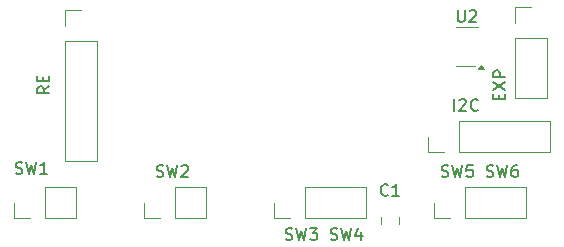
<source format=gbr>
%TF.GenerationSoftware,KiCad,Pcbnew,8.0.5*%
%TF.CreationDate,2024-09-18T02:56:45+09:00*%
%TF.ProjectId,MIDI_Pedal,4d494449-5f50-4656-9461-6c2e6b696361,rev?*%
%TF.SameCoordinates,Original*%
%TF.FileFunction,Legend,Top*%
%TF.FilePolarity,Positive*%
%FSLAX46Y46*%
G04 Gerber Fmt 4.6, Leading zero omitted, Abs format (unit mm)*
G04 Created by KiCad (PCBNEW 8.0.5) date 2024-09-18 02:56:45*
%MOMM*%
%LPD*%
G01*
G04 APERTURE LIST*
%ADD10C,0.200000*%
%ADD11C,0.150000*%
%ADD12C,0.120000*%
G04 APERTURE END LIST*
D10*
X144377409Y-69226326D02*
X144377409Y-68892993D01*
X144901219Y-68750136D02*
X144901219Y-69226326D01*
X144901219Y-69226326D02*
X143901219Y-69226326D01*
X143901219Y-69226326D02*
X143901219Y-68750136D01*
X143901219Y-68416802D02*
X144901219Y-67750136D01*
X143901219Y-67750136D02*
X144901219Y-68416802D01*
X144901219Y-67369183D02*
X143901219Y-67369183D01*
X143901219Y-67369183D02*
X143901219Y-66988231D01*
X143901219Y-66988231D02*
X143948838Y-66892993D01*
X143948838Y-66892993D02*
X143996457Y-66845374D01*
X143996457Y-66845374D02*
X144091695Y-66797755D01*
X144091695Y-66797755D02*
X144234552Y-66797755D01*
X144234552Y-66797755D02*
X144329790Y-66845374D01*
X144329790Y-66845374D02*
X144377409Y-66892993D01*
X144377409Y-66892993D02*
X144425028Y-66988231D01*
X144425028Y-66988231D02*
X144425028Y-67369183D01*
X140577673Y-70225219D02*
X140577673Y-69225219D01*
X141006244Y-69320457D02*
X141053863Y-69272838D01*
X141053863Y-69272838D02*
X141149101Y-69225219D01*
X141149101Y-69225219D02*
X141387196Y-69225219D01*
X141387196Y-69225219D02*
X141482434Y-69272838D01*
X141482434Y-69272838D02*
X141530053Y-69320457D01*
X141530053Y-69320457D02*
X141577672Y-69415695D01*
X141577672Y-69415695D02*
X141577672Y-69510933D01*
X141577672Y-69510933D02*
X141530053Y-69653790D01*
X141530053Y-69653790D02*
X140958625Y-70225219D01*
X140958625Y-70225219D02*
X141577672Y-70225219D01*
X142577672Y-70129980D02*
X142530053Y-70177600D01*
X142530053Y-70177600D02*
X142387196Y-70225219D01*
X142387196Y-70225219D02*
X142291958Y-70225219D01*
X142291958Y-70225219D02*
X142149101Y-70177600D01*
X142149101Y-70177600D02*
X142053863Y-70082361D01*
X142053863Y-70082361D02*
X142006244Y-69987123D01*
X142006244Y-69987123D02*
X141958625Y-69796647D01*
X141958625Y-69796647D02*
X141958625Y-69653790D01*
X141958625Y-69653790D02*
X142006244Y-69463314D01*
X142006244Y-69463314D02*
X142053863Y-69368076D01*
X142053863Y-69368076D02*
X142149101Y-69272838D01*
X142149101Y-69272838D02*
X142291958Y-69225219D01*
X142291958Y-69225219D02*
X142387196Y-69225219D01*
X142387196Y-69225219D02*
X142530053Y-69272838D01*
X142530053Y-69272838D02*
X142577672Y-69320457D01*
X139514054Y-75765600D02*
X139656911Y-75813219D01*
X139656911Y-75813219D02*
X139895006Y-75813219D01*
X139895006Y-75813219D02*
X139990244Y-75765600D01*
X139990244Y-75765600D02*
X140037863Y-75717980D01*
X140037863Y-75717980D02*
X140085482Y-75622742D01*
X140085482Y-75622742D02*
X140085482Y-75527504D01*
X140085482Y-75527504D02*
X140037863Y-75432266D01*
X140037863Y-75432266D02*
X139990244Y-75384647D01*
X139990244Y-75384647D02*
X139895006Y-75337028D01*
X139895006Y-75337028D02*
X139704530Y-75289409D01*
X139704530Y-75289409D02*
X139609292Y-75241790D01*
X139609292Y-75241790D02*
X139561673Y-75194171D01*
X139561673Y-75194171D02*
X139514054Y-75098933D01*
X139514054Y-75098933D02*
X139514054Y-75003695D01*
X139514054Y-75003695D02*
X139561673Y-74908457D01*
X139561673Y-74908457D02*
X139609292Y-74860838D01*
X139609292Y-74860838D02*
X139704530Y-74813219D01*
X139704530Y-74813219D02*
X139942625Y-74813219D01*
X139942625Y-74813219D02*
X140085482Y-74860838D01*
X140418816Y-74813219D02*
X140656911Y-75813219D01*
X140656911Y-75813219D02*
X140847387Y-75098933D01*
X140847387Y-75098933D02*
X141037863Y-75813219D01*
X141037863Y-75813219D02*
X141275959Y-74813219D01*
X142133101Y-74813219D02*
X141656911Y-74813219D01*
X141656911Y-74813219D02*
X141609292Y-75289409D01*
X141609292Y-75289409D02*
X141656911Y-75241790D01*
X141656911Y-75241790D02*
X141752149Y-75194171D01*
X141752149Y-75194171D02*
X141990244Y-75194171D01*
X141990244Y-75194171D02*
X142085482Y-75241790D01*
X142085482Y-75241790D02*
X142133101Y-75289409D01*
X142133101Y-75289409D02*
X142180720Y-75384647D01*
X142180720Y-75384647D02*
X142180720Y-75622742D01*
X142180720Y-75622742D02*
X142133101Y-75717980D01*
X142133101Y-75717980D02*
X142085482Y-75765600D01*
X142085482Y-75765600D02*
X141990244Y-75813219D01*
X141990244Y-75813219D02*
X141752149Y-75813219D01*
X141752149Y-75813219D02*
X141656911Y-75765600D01*
X141656911Y-75765600D02*
X141609292Y-75717980D01*
X143323578Y-75765600D02*
X143466435Y-75813219D01*
X143466435Y-75813219D02*
X143704530Y-75813219D01*
X143704530Y-75813219D02*
X143799768Y-75765600D01*
X143799768Y-75765600D02*
X143847387Y-75717980D01*
X143847387Y-75717980D02*
X143895006Y-75622742D01*
X143895006Y-75622742D02*
X143895006Y-75527504D01*
X143895006Y-75527504D02*
X143847387Y-75432266D01*
X143847387Y-75432266D02*
X143799768Y-75384647D01*
X143799768Y-75384647D02*
X143704530Y-75337028D01*
X143704530Y-75337028D02*
X143514054Y-75289409D01*
X143514054Y-75289409D02*
X143418816Y-75241790D01*
X143418816Y-75241790D02*
X143371197Y-75194171D01*
X143371197Y-75194171D02*
X143323578Y-75098933D01*
X143323578Y-75098933D02*
X143323578Y-75003695D01*
X143323578Y-75003695D02*
X143371197Y-74908457D01*
X143371197Y-74908457D02*
X143418816Y-74860838D01*
X143418816Y-74860838D02*
X143514054Y-74813219D01*
X143514054Y-74813219D02*
X143752149Y-74813219D01*
X143752149Y-74813219D02*
X143895006Y-74860838D01*
X144228340Y-74813219D02*
X144466435Y-75813219D01*
X144466435Y-75813219D02*
X144656911Y-75098933D01*
X144656911Y-75098933D02*
X144847387Y-75813219D01*
X144847387Y-75813219D02*
X145085483Y-74813219D01*
X145895006Y-74813219D02*
X145704530Y-74813219D01*
X145704530Y-74813219D02*
X145609292Y-74860838D01*
X145609292Y-74860838D02*
X145561673Y-74908457D01*
X145561673Y-74908457D02*
X145466435Y-75051314D01*
X145466435Y-75051314D02*
X145418816Y-75241790D01*
X145418816Y-75241790D02*
X145418816Y-75622742D01*
X145418816Y-75622742D02*
X145466435Y-75717980D01*
X145466435Y-75717980D02*
X145514054Y-75765600D01*
X145514054Y-75765600D02*
X145609292Y-75813219D01*
X145609292Y-75813219D02*
X145799768Y-75813219D01*
X145799768Y-75813219D02*
X145895006Y-75765600D01*
X145895006Y-75765600D02*
X145942625Y-75717980D01*
X145942625Y-75717980D02*
X145990244Y-75622742D01*
X145990244Y-75622742D02*
X145990244Y-75384647D01*
X145990244Y-75384647D02*
X145942625Y-75289409D01*
X145942625Y-75289409D02*
X145895006Y-75241790D01*
X145895006Y-75241790D02*
X145799768Y-75194171D01*
X145799768Y-75194171D02*
X145609292Y-75194171D01*
X145609292Y-75194171D02*
X145514054Y-75241790D01*
X145514054Y-75241790D02*
X145466435Y-75289409D01*
X145466435Y-75289409D02*
X145418816Y-75384647D01*
X126306054Y-81099600D02*
X126448911Y-81147219D01*
X126448911Y-81147219D02*
X126687006Y-81147219D01*
X126687006Y-81147219D02*
X126782244Y-81099600D01*
X126782244Y-81099600D02*
X126829863Y-81051980D01*
X126829863Y-81051980D02*
X126877482Y-80956742D01*
X126877482Y-80956742D02*
X126877482Y-80861504D01*
X126877482Y-80861504D02*
X126829863Y-80766266D01*
X126829863Y-80766266D02*
X126782244Y-80718647D01*
X126782244Y-80718647D02*
X126687006Y-80671028D01*
X126687006Y-80671028D02*
X126496530Y-80623409D01*
X126496530Y-80623409D02*
X126401292Y-80575790D01*
X126401292Y-80575790D02*
X126353673Y-80528171D01*
X126353673Y-80528171D02*
X126306054Y-80432933D01*
X126306054Y-80432933D02*
X126306054Y-80337695D01*
X126306054Y-80337695D02*
X126353673Y-80242457D01*
X126353673Y-80242457D02*
X126401292Y-80194838D01*
X126401292Y-80194838D02*
X126496530Y-80147219D01*
X126496530Y-80147219D02*
X126734625Y-80147219D01*
X126734625Y-80147219D02*
X126877482Y-80194838D01*
X127210816Y-80147219D02*
X127448911Y-81147219D01*
X127448911Y-81147219D02*
X127639387Y-80432933D01*
X127639387Y-80432933D02*
X127829863Y-81147219D01*
X127829863Y-81147219D02*
X128067959Y-80147219D01*
X128353673Y-80147219D02*
X128972720Y-80147219D01*
X128972720Y-80147219D02*
X128639387Y-80528171D01*
X128639387Y-80528171D02*
X128782244Y-80528171D01*
X128782244Y-80528171D02*
X128877482Y-80575790D01*
X128877482Y-80575790D02*
X128925101Y-80623409D01*
X128925101Y-80623409D02*
X128972720Y-80718647D01*
X128972720Y-80718647D02*
X128972720Y-80956742D01*
X128972720Y-80956742D02*
X128925101Y-81051980D01*
X128925101Y-81051980D02*
X128877482Y-81099600D01*
X128877482Y-81099600D02*
X128782244Y-81147219D01*
X128782244Y-81147219D02*
X128496530Y-81147219D01*
X128496530Y-81147219D02*
X128401292Y-81099600D01*
X128401292Y-81099600D02*
X128353673Y-81051980D01*
X130115578Y-81099600D02*
X130258435Y-81147219D01*
X130258435Y-81147219D02*
X130496530Y-81147219D01*
X130496530Y-81147219D02*
X130591768Y-81099600D01*
X130591768Y-81099600D02*
X130639387Y-81051980D01*
X130639387Y-81051980D02*
X130687006Y-80956742D01*
X130687006Y-80956742D02*
X130687006Y-80861504D01*
X130687006Y-80861504D02*
X130639387Y-80766266D01*
X130639387Y-80766266D02*
X130591768Y-80718647D01*
X130591768Y-80718647D02*
X130496530Y-80671028D01*
X130496530Y-80671028D02*
X130306054Y-80623409D01*
X130306054Y-80623409D02*
X130210816Y-80575790D01*
X130210816Y-80575790D02*
X130163197Y-80528171D01*
X130163197Y-80528171D02*
X130115578Y-80432933D01*
X130115578Y-80432933D02*
X130115578Y-80337695D01*
X130115578Y-80337695D02*
X130163197Y-80242457D01*
X130163197Y-80242457D02*
X130210816Y-80194838D01*
X130210816Y-80194838D02*
X130306054Y-80147219D01*
X130306054Y-80147219D02*
X130544149Y-80147219D01*
X130544149Y-80147219D02*
X130687006Y-80194838D01*
X131020340Y-80147219D02*
X131258435Y-81147219D01*
X131258435Y-81147219D02*
X131448911Y-80432933D01*
X131448911Y-80432933D02*
X131639387Y-81147219D01*
X131639387Y-81147219D02*
X131877483Y-80147219D01*
X132687006Y-80480552D02*
X132687006Y-81147219D01*
X132448911Y-80099600D02*
X132210816Y-80813885D01*
X132210816Y-80813885D02*
X132829863Y-80813885D01*
X115384054Y-75765600D02*
X115526911Y-75813219D01*
X115526911Y-75813219D02*
X115765006Y-75813219D01*
X115765006Y-75813219D02*
X115860244Y-75765600D01*
X115860244Y-75765600D02*
X115907863Y-75717980D01*
X115907863Y-75717980D02*
X115955482Y-75622742D01*
X115955482Y-75622742D02*
X115955482Y-75527504D01*
X115955482Y-75527504D02*
X115907863Y-75432266D01*
X115907863Y-75432266D02*
X115860244Y-75384647D01*
X115860244Y-75384647D02*
X115765006Y-75337028D01*
X115765006Y-75337028D02*
X115574530Y-75289409D01*
X115574530Y-75289409D02*
X115479292Y-75241790D01*
X115479292Y-75241790D02*
X115431673Y-75194171D01*
X115431673Y-75194171D02*
X115384054Y-75098933D01*
X115384054Y-75098933D02*
X115384054Y-75003695D01*
X115384054Y-75003695D02*
X115431673Y-74908457D01*
X115431673Y-74908457D02*
X115479292Y-74860838D01*
X115479292Y-74860838D02*
X115574530Y-74813219D01*
X115574530Y-74813219D02*
X115812625Y-74813219D01*
X115812625Y-74813219D02*
X115955482Y-74860838D01*
X116288816Y-74813219D02*
X116526911Y-75813219D01*
X116526911Y-75813219D02*
X116717387Y-75098933D01*
X116717387Y-75098933D02*
X116907863Y-75813219D01*
X116907863Y-75813219D02*
X117145959Y-74813219D01*
X117479292Y-74908457D02*
X117526911Y-74860838D01*
X117526911Y-74860838D02*
X117622149Y-74813219D01*
X117622149Y-74813219D02*
X117860244Y-74813219D01*
X117860244Y-74813219D02*
X117955482Y-74860838D01*
X117955482Y-74860838D02*
X118003101Y-74908457D01*
X118003101Y-74908457D02*
X118050720Y-75003695D01*
X118050720Y-75003695D02*
X118050720Y-75098933D01*
X118050720Y-75098933D02*
X118003101Y-75241790D01*
X118003101Y-75241790D02*
X117431673Y-75813219D01*
X117431673Y-75813219D02*
X118050720Y-75813219D01*
X103446054Y-75511600D02*
X103588911Y-75559219D01*
X103588911Y-75559219D02*
X103827006Y-75559219D01*
X103827006Y-75559219D02*
X103922244Y-75511600D01*
X103922244Y-75511600D02*
X103969863Y-75463980D01*
X103969863Y-75463980D02*
X104017482Y-75368742D01*
X104017482Y-75368742D02*
X104017482Y-75273504D01*
X104017482Y-75273504D02*
X103969863Y-75178266D01*
X103969863Y-75178266D02*
X103922244Y-75130647D01*
X103922244Y-75130647D02*
X103827006Y-75083028D01*
X103827006Y-75083028D02*
X103636530Y-75035409D01*
X103636530Y-75035409D02*
X103541292Y-74987790D01*
X103541292Y-74987790D02*
X103493673Y-74940171D01*
X103493673Y-74940171D02*
X103446054Y-74844933D01*
X103446054Y-74844933D02*
X103446054Y-74749695D01*
X103446054Y-74749695D02*
X103493673Y-74654457D01*
X103493673Y-74654457D02*
X103541292Y-74606838D01*
X103541292Y-74606838D02*
X103636530Y-74559219D01*
X103636530Y-74559219D02*
X103874625Y-74559219D01*
X103874625Y-74559219D02*
X104017482Y-74606838D01*
X104350816Y-74559219D02*
X104588911Y-75559219D01*
X104588911Y-75559219D02*
X104779387Y-74844933D01*
X104779387Y-74844933D02*
X104969863Y-75559219D01*
X104969863Y-75559219D02*
X105207959Y-74559219D01*
X106112720Y-75559219D02*
X105541292Y-75559219D01*
X105827006Y-75559219D02*
X105827006Y-74559219D01*
X105827006Y-74559219D02*
X105731768Y-74702076D01*
X105731768Y-74702076D02*
X105636530Y-74797314D01*
X105636530Y-74797314D02*
X105541292Y-74844933D01*
X106293219Y-68146898D02*
X105817028Y-68480231D01*
X106293219Y-68718326D02*
X105293219Y-68718326D01*
X105293219Y-68718326D02*
X105293219Y-68337374D01*
X105293219Y-68337374D02*
X105340838Y-68242136D01*
X105340838Y-68242136D02*
X105388457Y-68194517D01*
X105388457Y-68194517D02*
X105483695Y-68146898D01*
X105483695Y-68146898D02*
X105626552Y-68146898D01*
X105626552Y-68146898D02*
X105721790Y-68194517D01*
X105721790Y-68194517D02*
X105769409Y-68242136D01*
X105769409Y-68242136D02*
X105817028Y-68337374D01*
X105817028Y-68337374D02*
X105817028Y-68718326D01*
X105769409Y-67718326D02*
X105769409Y-67384993D01*
X106293219Y-67242136D02*
X106293219Y-67718326D01*
X106293219Y-67718326D02*
X105293219Y-67718326D01*
X105293219Y-67718326D02*
X105293219Y-67242136D01*
D11*
X134961333Y-77321580D02*
X134913714Y-77369200D01*
X134913714Y-77369200D02*
X134770857Y-77416819D01*
X134770857Y-77416819D02*
X134675619Y-77416819D01*
X134675619Y-77416819D02*
X134532762Y-77369200D01*
X134532762Y-77369200D02*
X134437524Y-77273961D01*
X134437524Y-77273961D02*
X134389905Y-77178723D01*
X134389905Y-77178723D02*
X134342286Y-76988247D01*
X134342286Y-76988247D02*
X134342286Y-76845390D01*
X134342286Y-76845390D02*
X134389905Y-76654914D01*
X134389905Y-76654914D02*
X134437524Y-76559676D01*
X134437524Y-76559676D02*
X134532762Y-76464438D01*
X134532762Y-76464438D02*
X134675619Y-76416819D01*
X134675619Y-76416819D02*
X134770857Y-76416819D01*
X134770857Y-76416819D02*
X134913714Y-76464438D01*
X134913714Y-76464438D02*
X134961333Y-76512057D01*
X135913714Y-77416819D02*
X135342286Y-77416819D01*
X135628000Y-77416819D02*
X135628000Y-76416819D01*
X135628000Y-76416819D02*
X135532762Y-76559676D01*
X135532762Y-76559676D02*
X135437524Y-76654914D01*
X135437524Y-76654914D02*
X135342286Y-76702533D01*
X140890095Y-61684819D02*
X140890095Y-62494342D01*
X140890095Y-62494342D02*
X140937714Y-62589580D01*
X140937714Y-62589580D02*
X140985333Y-62637200D01*
X140985333Y-62637200D02*
X141080571Y-62684819D01*
X141080571Y-62684819D02*
X141271047Y-62684819D01*
X141271047Y-62684819D02*
X141366285Y-62637200D01*
X141366285Y-62637200D02*
X141413904Y-62589580D01*
X141413904Y-62589580D02*
X141461523Y-62494342D01*
X141461523Y-62494342D02*
X141461523Y-61684819D01*
X141890095Y-61780057D02*
X141937714Y-61732438D01*
X141937714Y-61732438D02*
X142032952Y-61684819D01*
X142032952Y-61684819D02*
X142271047Y-61684819D01*
X142271047Y-61684819D02*
X142366285Y-61732438D01*
X142366285Y-61732438D02*
X142413904Y-61780057D01*
X142413904Y-61780057D02*
X142461523Y-61875295D01*
X142461523Y-61875295D02*
X142461523Y-61970533D01*
X142461523Y-61970533D02*
X142413904Y-62113390D01*
X142413904Y-62113390D02*
X141842476Y-62684819D01*
X141842476Y-62684819D02*
X142461523Y-62684819D01*
D12*
%TO.C,C1*%
X134393000Y-79763252D02*
X134393000Y-79240748D01*
X135863000Y-79763252D02*
X135863000Y-79240748D01*
%TO.C,J5*%
X114338000Y-79308000D02*
X114338000Y-77978000D01*
X115668000Y-79308000D02*
X114338000Y-79308000D01*
X116938000Y-76648000D02*
X119538000Y-76648000D01*
X116938000Y-79308000D02*
X116938000Y-76648000D01*
X116938000Y-79308000D02*
X119538000Y-79308000D01*
X119538000Y-79308000D02*
X119538000Y-76648000D01*
%TO.C,J7*%
X138878000Y-79308000D02*
X138878000Y-77978000D01*
X140208000Y-79308000D02*
X138878000Y-79308000D01*
X141478000Y-76648000D02*
X146618000Y-76648000D01*
X141478000Y-79308000D02*
X141478000Y-76648000D01*
X141478000Y-79308000D02*
X146618000Y-79308000D01*
X146618000Y-79308000D02*
X146618000Y-76648000D01*
%TO.C,J1*%
X138380000Y-73720000D02*
X138380000Y-72390000D01*
X139710000Y-73720000D02*
X138380000Y-73720000D01*
X140980000Y-71060000D02*
X148660000Y-71060000D01*
X140980000Y-73720000D02*
X140980000Y-71060000D01*
X140980000Y-73720000D02*
X148660000Y-73720000D01*
X148660000Y-73720000D02*
X148660000Y-71060000D01*
%TO.C,J6*%
X125358000Y-79308000D02*
X125358000Y-77978000D01*
X126688000Y-79308000D02*
X125358000Y-79308000D01*
X127958000Y-76648000D02*
X133098000Y-76648000D01*
X127958000Y-79308000D02*
X127958000Y-76648000D01*
X127958000Y-79308000D02*
X133098000Y-79308000D01*
X133098000Y-79308000D02*
X133098000Y-76648000D01*
%TO.C,J2*%
X107636000Y-61662000D02*
X108966000Y-61662000D01*
X107636000Y-62992000D02*
X107636000Y-61662000D01*
X107636000Y-64262000D02*
X107636000Y-74482000D01*
X107636000Y-64262000D02*
X110296000Y-64262000D01*
X107636000Y-74482000D02*
X110296000Y-74482000D01*
X110296000Y-64262000D02*
X110296000Y-74482000D01*
%TO.C,J4*%
X103318000Y-79308000D02*
X103318000Y-77978000D01*
X104648000Y-79308000D02*
X103318000Y-79308000D01*
X105918000Y-76648000D02*
X108518000Y-76648000D01*
X105918000Y-79308000D02*
X105918000Y-76648000D01*
X105918000Y-79308000D02*
X108518000Y-79308000D01*
X108518000Y-79308000D02*
X108518000Y-76648000D01*
%TO.C,J3*%
X145736000Y-61408000D02*
X147066000Y-61408000D01*
X145736000Y-62738000D02*
X145736000Y-61408000D01*
X145736000Y-64008000D02*
X145736000Y-69148000D01*
X145736000Y-64008000D02*
X148396000Y-64008000D01*
X145736000Y-69148000D02*
X148396000Y-69148000D01*
X148396000Y-64008000D02*
X148396000Y-69148000D01*
%TO.C,U2*%
X143092000Y-66660000D02*
X142612000Y-66660000D01*
X142852000Y-66330000D01*
X143092000Y-66660000D01*
G36*
X143092000Y-66660000D02*
G01*
X142612000Y-66660000D01*
X142852000Y-66330000D01*
X143092000Y-66660000D01*
G37*
X142552000Y-63160000D02*
X140752000Y-63160000D01*
X141552000Y-66380000D02*
X142352000Y-66380000D01*
X141552000Y-66380000D02*
X140752000Y-66380000D01*
%TD*%
M02*

</source>
